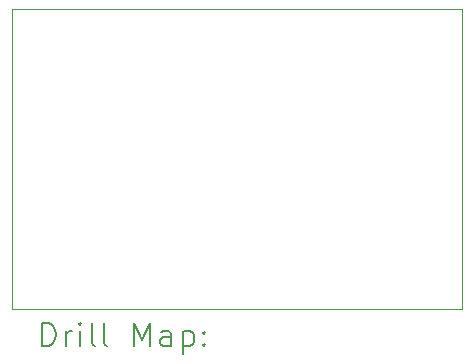
<source format=gbr>
%TF.GenerationSoftware,KiCad,Pcbnew,9.0.3*%
%TF.CreationDate,2025-07-11T14:36:58-05:00*%
%TF.ProjectId,drvplugin,64727670-6c75-4676-996e-2e6b69636164,rev?*%
%TF.SameCoordinates,Original*%
%TF.FileFunction,Drillmap*%
%TF.FilePolarity,Positive*%
%FSLAX45Y45*%
G04 Gerber Fmt 4.5, Leading zero omitted, Abs format (unit mm)*
G04 Created by KiCad (PCBNEW 9.0.3) date 2025-07-11 14:36:58*
%MOMM*%
%LPD*%
G01*
G04 APERTURE LIST*
%ADD10C,0.050000*%
%ADD11C,0.200000*%
G04 APERTURE END LIST*
D10*
X3540000Y-4210000D02*
X7350000Y-4210000D01*
X7350000Y-6750000D01*
X3540000Y-6750000D01*
X3540000Y-4210000D01*
D11*
X3798277Y-7063984D02*
X3798277Y-6863984D01*
X3798277Y-6863984D02*
X3845896Y-6863984D01*
X3845896Y-6863984D02*
X3874467Y-6873508D01*
X3874467Y-6873508D02*
X3893515Y-6892555D01*
X3893515Y-6892555D02*
X3903039Y-6911603D01*
X3903039Y-6911603D02*
X3912562Y-6949698D01*
X3912562Y-6949698D02*
X3912562Y-6978269D01*
X3912562Y-6978269D02*
X3903039Y-7016365D01*
X3903039Y-7016365D02*
X3893515Y-7035412D01*
X3893515Y-7035412D02*
X3874467Y-7054460D01*
X3874467Y-7054460D02*
X3845896Y-7063984D01*
X3845896Y-7063984D02*
X3798277Y-7063984D01*
X3998277Y-7063984D02*
X3998277Y-6930650D01*
X3998277Y-6968746D02*
X4007801Y-6949698D01*
X4007801Y-6949698D02*
X4017324Y-6940174D01*
X4017324Y-6940174D02*
X4036372Y-6930650D01*
X4036372Y-6930650D02*
X4055420Y-6930650D01*
X4122086Y-7063984D02*
X4122086Y-6930650D01*
X4122086Y-6863984D02*
X4112562Y-6873508D01*
X4112562Y-6873508D02*
X4122086Y-6883031D01*
X4122086Y-6883031D02*
X4131610Y-6873508D01*
X4131610Y-6873508D02*
X4122086Y-6863984D01*
X4122086Y-6863984D02*
X4122086Y-6883031D01*
X4245896Y-7063984D02*
X4226848Y-7054460D01*
X4226848Y-7054460D02*
X4217324Y-7035412D01*
X4217324Y-7035412D02*
X4217324Y-6863984D01*
X4350658Y-7063984D02*
X4331610Y-7054460D01*
X4331610Y-7054460D02*
X4322086Y-7035412D01*
X4322086Y-7035412D02*
X4322086Y-6863984D01*
X4579229Y-7063984D02*
X4579229Y-6863984D01*
X4579229Y-6863984D02*
X4645896Y-7006841D01*
X4645896Y-7006841D02*
X4712563Y-6863984D01*
X4712563Y-6863984D02*
X4712563Y-7063984D01*
X4893515Y-7063984D02*
X4893515Y-6959222D01*
X4893515Y-6959222D02*
X4883991Y-6940174D01*
X4883991Y-6940174D02*
X4864944Y-6930650D01*
X4864944Y-6930650D02*
X4826848Y-6930650D01*
X4826848Y-6930650D02*
X4807801Y-6940174D01*
X4893515Y-7054460D02*
X4874467Y-7063984D01*
X4874467Y-7063984D02*
X4826848Y-7063984D01*
X4826848Y-7063984D02*
X4807801Y-7054460D01*
X4807801Y-7054460D02*
X4798277Y-7035412D01*
X4798277Y-7035412D02*
X4798277Y-7016365D01*
X4798277Y-7016365D02*
X4807801Y-6997317D01*
X4807801Y-6997317D02*
X4826848Y-6987793D01*
X4826848Y-6987793D02*
X4874467Y-6987793D01*
X4874467Y-6987793D02*
X4893515Y-6978269D01*
X4988753Y-6930650D02*
X4988753Y-7130650D01*
X4988753Y-6940174D02*
X5007801Y-6930650D01*
X5007801Y-6930650D02*
X5045896Y-6930650D01*
X5045896Y-6930650D02*
X5064944Y-6940174D01*
X5064944Y-6940174D02*
X5074467Y-6949698D01*
X5074467Y-6949698D02*
X5083991Y-6968746D01*
X5083991Y-6968746D02*
X5083991Y-7025888D01*
X5083991Y-7025888D02*
X5074467Y-7044936D01*
X5074467Y-7044936D02*
X5064944Y-7054460D01*
X5064944Y-7054460D02*
X5045896Y-7063984D01*
X5045896Y-7063984D02*
X5007801Y-7063984D01*
X5007801Y-7063984D02*
X4988753Y-7054460D01*
X5169705Y-7044936D02*
X5179229Y-7054460D01*
X5179229Y-7054460D02*
X5169705Y-7063984D01*
X5169705Y-7063984D02*
X5160182Y-7054460D01*
X5160182Y-7054460D02*
X5169705Y-7044936D01*
X5169705Y-7044936D02*
X5169705Y-7063984D01*
X5169705Y-6940174D02*
X5179229Y-6949698D01*
X5179229Y-6949698D02*
X5169705Y-6959222D01*
X5169705Y-6959222D02*
X5160182Y-6949698D01*
X5160182Y-6949698D02*
X5169705Y-6940174D01*
X5169705Y-6940174D02*
X5169705Y-6959222D01*
M02*

</source>
